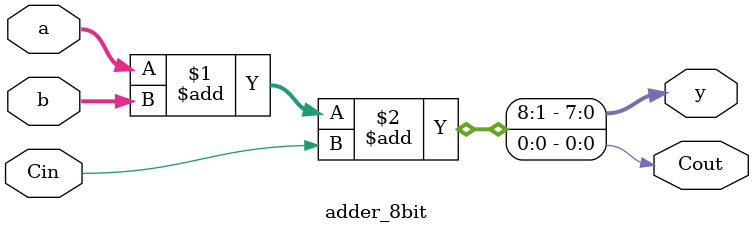
<source format=v>
module adder_8bit (
    input [7:0] a,
    input [7:0] b,
    input Cin,
    output reg [7:0] y,
    output reg Cout
);

assign {y, Cout} = a + b + Cin;

endmodule
</source>
